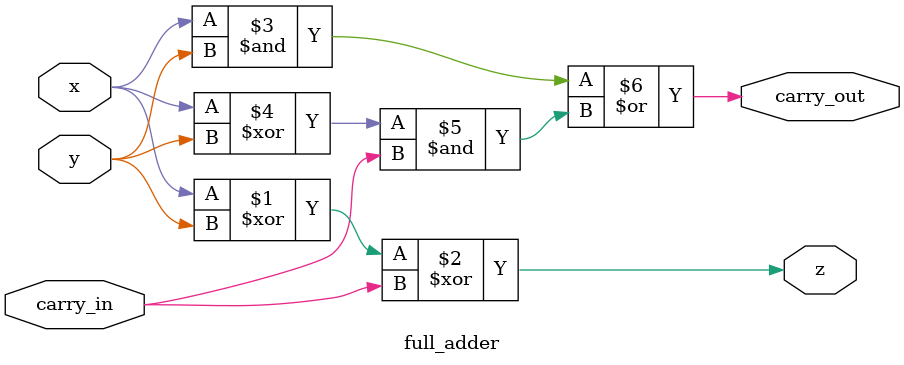
<source format=v>
module full_adder (
	
	x,
   y,
   carry_in,
   z,
	carry_out
	);
	
	input  x, y, carry_in;
	output z, carry_out;
	
	assign z         = (x ^ y) ^ carry_in;
	assign carry_out = (x & y) | ((x ^ y) & carry_in);
	
	
endmodule
</source>
